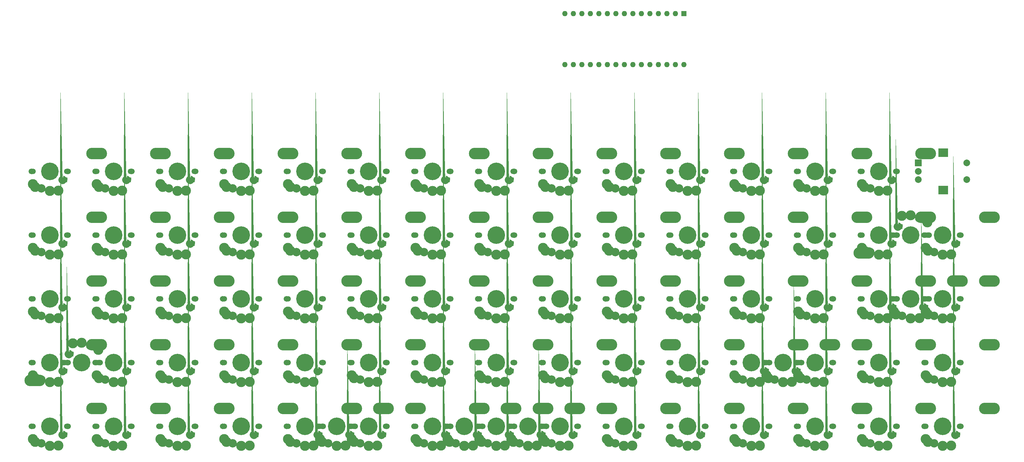
<source format=gbr>
%TF.GenerationSoftware,KiCad,Pcbnew,7.0.10*%
%TF.CreationDate,2024-03-07T22:32:40+00:00*%
%TF.ProjectId,keyboard,6b657962-6f61-4726-942e-6b696361645f,rev?*%
%TF.SameCoordinates,Original*%
%TF.FileFunction,Soldermask,Top*%
%TF.FilePolarity,Negative*%
%FSLAX46Y46*%
G04 Gerber Fmt 4.6, Leading zero omitted, Abs format (unit mm)*
G04 Created by KiCad (PCBNEW 7.0.10) date 2024-03-07 22:32:40*
%MOMM*%
%LPD*%
G01*
G04 APERTURE LIST*
G04 Aperture macros list*
%AMFreePoly0*
4,1,54,0.217060,1.231010,0.427525,1.174616,0.625000,1.082532,0.803485,0.957556,0.957556,0.803485,1.000330,0.742395,1.374143,0.688995,1.385778,0.683287,1.398693,0.682211,1.412848,0.670008,1.429630,0.661776,1.435688,0.650318,1.445504,0.641857,1.449782,0.623665,1.458521,0.607141,1.456687,0.594309,1.459655,0.581695,1.359655,-0.618305,1.356587,-0.625615,1.357195,-0.633517,
1.344855,-0.653573,1.335741,-0.675295,1.328962,-0.679405,1.324810,-0.686156,1.303038,-0.695128,1.282897,-0.707344,1.274995,-0.706685,1.267669,-0.709705,1.009305,-0.729579,0.957556,-0.803485,0.803485,-0.957556,0.625000,-1.082532,0.427525,-1.174616,0.217060,-1.231010,0.000000,-1.250000,-0.217060,-1.231010,-0.427525,-1.174616,-0.625000,-1.082532,-0.803485,-0.957556,-0.957556,-0.803485,
-1.082532,-0.625000,-1.174616,-0.427525,-1.231010,-0.217060,-1.250000,0.000000,-1.231010,0.217060,-1.174616,0.427525,-1.082532,0.625000,-0.957556,0.803485,-0.803485,0.957556,-0.625000,1.082532,-0.427525,1.174616,-0.217060,1.231010,0.000000,1.250000,0.217060,1.231010,0.217060,1.231010,$1*%
G04 Aperture macros list end*
%ADD10C,1.701800*%
%ADD11C,1.700000*%
%ADD12C,3.000000*%
%ADD13C,5.250000*%
%ADD14C,2.500000*%
%ADD15FreePoly0,90.000000*%
%ADD16O,6.200000X3.450000*%
%ADD17FreePoly0,270.000000*%
%ADD18R,1.600000X1.600000*%
%ADD19O,1.600000X1.600000*%
%ADD20R,2.000000X2.000000*%
%ADD21C,2.000000*%
%ADD22R,3.000000X2.500000*%
G04 APERTURE END LIST*
D10*
%TO.C,SW82*%
X343637500Y-114300000D03*
D11*
X343217500Y-114300000D03*
D12*
X343137500Y-110500000D03*
X342537500Y-109600000D03*
D13*
X338137500Y-114300000D03*
D12*
X338137500Y-108400000D03*
X335537500Y-108550000D03*
D11*
X333057500Y-114300000D03*
D10*
X332637500Y-114300000D03*
D14*
X340677500Y-109220000D03*
D15*
X334327500Y-111760000D03*
D16*
X324137500Y-119625000D03*
%TD*%
D10*
%TO.C,SW81*%
X294537500Y-152400000D03*
D11*
X294957500Y-152400000D03*
D12*
X295037500Y-156200000D03*
X295637500Y-157100000D03*
D13*
X300037500Y-152400000D03*
D12*
X300037500Y-158300000D03*
X302637500Y-158150000D03*
D11*
X305117500Y-152400000D03*
D10*
X305537500Y-152400000D03*
D14*
X297497500Y-157480000D03*
D17*
X303847500Y-154940000D03*
D16*
X314037500Y-147075000D03*
%TD*%
D10*
%TO.C,SW80*%
X218337500Y-171450000D03*
D11*
X218757500Y-171450000D03*
D12*
X218837500Y-175250000D03*
X219437500Y-176150000D03*
D13*
X223837500Y-171450000D03*
D12*
X223837500Y-177350000D03*
X226437500Y-177200000D03*
D11*
X228917500Y-171450000D03*
D10*
X229337500Y-171450000D03*
D14*
X221297500Y-176530000D03*
D17*
X227647500Y-173990000D03*
D16*
X237837500Y-166125000D03*
%TD*%
D10*
%TO.C,SW79*%
X95987500Y-152400000D03*
D11*
X95567500Y-152400000D03*
D12*
X95487500Y-148600000D03*
X94887500Y-147700000D03*
D13*
X90487500Y-152400000D03*
D12*
X90487500Y-146500000D03*
X87887500Y-146650000D03*
D11*
X85407500Y-152400000D03*
D10*
X84987500Y-152400000D03*
D14*
X93027500Y-147320000D03*
D15*
X86677500Y-149860000D03*
D16*
X76487500Y-157725000D03*
%TD*%
D10*
%TO.C,SW78*%
X199287500Y-171450000D03*
D11*
X199707500Y-171450000D03*
D12*
X199787500Y-175250000D03*
X200387500Y-176150000D03*
D13*
X204787500Y-171450000D03*
D12*
X204787500Y-177350000D03*
X207387500Y-177200000D03*
D11*
X209867500Y-171450000D03*
D10*
X210287500Y-171450000D03*
D14*
X202247500Y-176530000D03*
D17*
X208597500Y-173990000D03*
D16*
X218787500Y-166125000D03*
%TD*%
D10*
%TO.C,SW77*%
X332637500Y-133350000D03*
D11*
X333057500Y-133350000D03*
D12*
X333137500Y-137150000D03*
X333737500Y-138050000D03*
D13*
X338137500Y-133350000D03*
D12*
X338137500Y-139250000D03*
X340737500Y-139100000D03*
D11*
X343217500Y-133350000D03*
D10*
X343637500Y-133350000D03*
D14*
X335597500Y-138430000D03*
D17*
X341947500Y-135890000D03*
D16*
X352137500Y-128025000D03*
%TD*%
D10*
%TO.C,SW75*%
X161187500Y-171450000D03*
D11*
X161607500Y-171450000D03*
D12*
X161687500Y-175250000D03*
X162287500Y-176150000D03*
D13*
X166687500Y-171450000D03*
D12*
X166687500Y-177350000D03*
X169287500Y-177200000D03*
D11*
X171767500Y-171450000D03*
D10*
X172187500Y-171450000D03*
D14*
X164147500Y-176530000D03*
D17*
X170497500Y-173990000D03*
D16*
X180687500Y-166125000D03*
%TD*%
D10*
%TO.C,SW74*%
X342162500Y-171450000D03*
D11*
X342582500Y-171450000D03*
D12*
X342662500Y-175250000D03*
X343262500Y-176150000D03*
D13*
X347662500Y-171450000D03*
D12*
X347662500Y-177350000D03*
X350262500Y-177200000D03*
D11*
X352742500Y-171450000D03*
D10*
X353162500Y-171450000D03*
D14*
X345122500Y-176530000D03*
D17*
X351472500Y-173990000D03*
D16*
X361662500Y-166125000D03*
%TD*%
D10*
%TO.C,SW73*%
X323112500Y-171450000D03*
D11*
X323532500Y-171450000D03*
D12*
X323612500Y-175250000D03*
X324212500Y-176150000D03*
D13*
X328612500Y-171450000D03*
D12*
X328612500Y-177350000D03*
X331212500Y-177200000D03*
D11*
X333692500Y-171450000D03*
D10*
X334112500Y-171450000D03*
D14*
X326072500Y-176530000D03*
D17*
X332422500Y-173990000D03*
D16*
X342612500Y-166125000D03*
%TD*%
D10*
%TO.C,SW72*%
X304062500Y-171450000D03*
D11*
X304482500Y-171450000D03*
D12*
X304562500Y-175250000D03*
X305162500Y-176150000D03*
D13*
X309562500Y-171450000D03*
D12*
X309562500Y-177350000D03*
X312162500Y-177200000D03*
D11*
X314642500Y-171450000D03*
D10*
X315062500Y-171450000D03*
D14*
X307022500Y-176530000D03*
D17*
X313372500Y-173990000D03*
D16*
X323562500Y-166125000D03*
%TD*%
D10*
%TO.C,SW71*%
X285012500Y-171450000D03*
D11*
X285432500Y-171450000D03*
D12*
X285512500Y-175250000D03*
X286112500Y-176150000D03*
D13*
X290512500Y-171450000D03*
D12*
X290512500Y-177350000D03*
X293112500Y-177200000D03*
D11*
X295592500Y-171450000D03*
D10*
X296012500Y-171450000D03*
D14*
X287972500Y-176530000D03*
D17*
X294322500Y-173990000D03*
D16*
X304512500Y-166125000D03*
%TD*%
D10*
%TO.C,SW70*%
X265962500Y-171450000D03*
D11*
X266382500Y-171450000D03*
D12*
X266462500Y-175250000D03*
X267062500Y-176150000D03*
D13*
X271462500Y-171450000D03*
D12*
X271462500Y-177350000D03*
X274062500Y-177200000D03*
D11*
X276542500Y-171450000D03*
D10*
X276962500Y-171450000D03*
D14*
X268922500Y-176530000D03*
D17*
X275272500Y-173990000D03*
D16*
X285462500Y-166125000D03*
%TD*%
D10*
%TO.C,SW69*%
X246912500Y-171450000D03*
D11*
X247332500Y-171450000D03*
D12*
X247412500Y-175250000D03*
X248012500Y-176150000D03*
D13*
X252412500Y-171450000D03*
D12*
X252412500Y-177350000D03*
X255012500Y-177200000D03*
D11*
X257492500Y-171450000D03*
D10*
X257912500Y-171450000D03*
D14*
X249872500Y-176530000D03*
D17*
X256222500Y-173990000D03*
D16*
X266412500Y-166125000D03*
%TD*%
D10*
%TO.C,SW68*%
X227862500Y-171450000D03*
D11*
X228282500Y-171450000D03*
D12*
X228362500Y-175250000D03*
X228962500Y-176150000D03*
D13*
X233362500Y-171450000D03*
D12*
X233362500Y-177350000D03*
X235962500Y-177200000D03*
D11*
X238442500Y-171450000D03*
D10*
X238862500Y-171450000D03*
D14*
X230822500Y-176530000D03*
D17*
X237172500Y-173990000D03*
D16*
X247362500Y-166125000D03*
%TD*%
D10*
%TO.C,SW67*%
X208812500Y-171450000D03*
D11*
X209232500Y-171450000D03*
D12*
X209312500Y-175250000D03*
X209912500Y-176150000D03*
D13*
X214312500Y-171450000D03*
D12*
X214312500Y-177350000D03*
X216912500Y-177200000D03*
D11*
X219392500Y-171450000D03*
D10*
X219812500Y-171450000D03*
D14*
X211772500Y-176530000D03*
D17*
X218122500Y-173990000D03*
D16*
X228312500Y-166125000D03*
%TD*%
D10*
%TO.C,SW66*%
X189762500Y-171450000D03*
D11*
X190182500Y-171450000D03*
D12*
X190262500Y-175250000D03*
X190862500Y-176150000D03*
D13*
X195262500Y-171450000D03*
D12*
X195262500Y-177350000D03*
X197862500Y-177200000D03*
D11*
X200342500Y-171450000D03*
D10*
X200762500Y-171450000D03*
D14*
X192722500Y-176530000D03*
D17*
X199072500Y-173990000D03*
D16*
X209262500Y-166125000D03*
%TD*%
D10*
%TO.C,SW65*%
X170712500Y-171450000D03*
D11*
X171132500Y-171450000D03*
D12*
X171212500Y-175250000D03*
X171812500Y-176150000D03*
D13*
X176212500Y-171450000D03*
D12*
X176212500Y-177350000D03*
X178812500Y-177200000D03*
D11*
X181292500Y-171450000D03*
D10*
X181712500Y-171450000D03*
D14*
X173672500Y-176530000D03*
D17*
X180022500Y-173990000D03*
D16*
X190212500Y-166125000D03*
%TD*%
D10*
%TO.C,SW64*%
X151662500Y-171450000D03*
D11*
X152082500Y-171450000D03*
D12*
X152162500Y-175250000D03*
X152762500Y-176150000D03*
D13*
X157162500Y-171450000D03*
D12*
X157162500Y-177350000D03*
X159762500Y-177200000D03*
D11*
X162242500Y-171450000D03*
D10*
X162662500Y-171450000D03*
D14*
X154622500Y-176530000D03*
D17*
X160972500Y-173990000D03*
D16*
X171162500Y-166125000D03*
%TD*%
D10*
%TO.C,SW63*%
X132612500Y-171450000D03*
D11*
X133032500Y-171450000D03*
D12*
X133112500Y-175250000D03*
X133712500Y-176150000D03*
D13*
X138112500Y-171450000D03*
D12*
X138112500Y-177350000D03*
X140712500Y-177200000D03*
D11*
X143192500Y-171450000D03*
D10*
X143612500Y-171450000D03*
D14*
X135572500Y-176530000D03*
D17*
X141922500Y-173990000D03*
D16*
X152112500Y-166125000D03*
%TD*%
D10*
%TO.C,SW62*%
X113562500Y-171450000D03*
D11*
X113982500Y-171450000D03*
D12*
X114062500Y-175250000D03*
X114662500Y-176150000D03*
D13*
X119062500Y-171450000D03*
D12*
X119062500Y-177350000D03*
X121662500Y-177200000D03*
D11*
X124142500Y-171450000D03*
D10*
X124562500Y-171450000D03*
D14*
X116522500Y-176530000D03*
D17*
X122872500Y-173990000D03*
D16*
X133062500Y-166125000D03*
%TD*%
D10*
%TO.C,SW61*%
X94512500Y-171450000D03*
D11*
X94932500Y-171450000D03*
D12*
X95012500Y-175250000D03*
X95612500Y-176150000D03*
D13*
X100012500Y-171450000D03*
D12*
X100012500Y-177350000D03*
X102612500Y-177200000D03*
D11*
X105092500Y-171450000D03*
D10*
X105512500Y-171450000D03*
D14*
X97472500Y-176530000D03*
D17*
X103822500Y-173990000D03*
D16*
X114012500Y-166125000D03*
%TD*%
D10*
%TO.C,SW60*%
X75462500Y-171450000D03*
D11*
X75882500Y-171450000D03*
D12*
X75962500Y-175250000D03*
X76562500Y-176150000D03*
D13*
X80962500Y-171450000D03*
D12*
X80962500Y-177350000D03*
X83562500Y-177200000D03*
D11*
X86042500Y-171450000D03*
D10*
X86462500Y-171450000D03*
D14*
X78422500Y-176530000D03*
D17*
X84772500Y-173990000D03*
D16*
X94962500Y-166125000D03*
%TD*%
D10*
%TO.C,SW59*%
X342162500Y-152400000D03*
D11*
X342582500Y-152400000D03*
D12*
X342662500Y-156200000D03*
X343262500Y-157100000D03*
D13*
X347662500Y-152400000D03*
D12*
X347662500Y-158300000D03*
X350262500Y-158150000D03*
D11*
X352742500Y-152400000D03*
D10*
X353162500Y-152400000D03*
D14*
X345122500Y-157480000D03*
D17*
X351472500Y-154940000D03*
D16*
X361662500Y-147075000D03*
%TD*%
D10*
%TO.C,SW58*%
X323112500Y-152400000D03*
D11*
X323532500Y-152400000D03*
D12*
X323612500Y-156200000D03*
X324212500Y-157100000D03*
D13*
X328612500Y-152400000D03*
D12*
X328612500Y-158300000D03*
X331212500Y-158150000D03*
D11*
X333692500Y-152400000D03*
D10*
X334112500Y-152400000D03*
D14*
X326072500Y-157480000D03*
D17*
X332422500Y-154940000D03*
D16*
X342612500Y-147075000D03*
%TD*%
D10*
%TO.C,SW57*%
X304062500Y-152400000D03*
D11*
X304482500Y-152400000D03*
D12*
X304562500Y-156200000D03*
X305162500Y-157100000D03*
D13*
X309562500Y-152400000D03*
D12*
X309562500Y-158300000D03*
X312162500Y-158150000D03*
D11*
X314642500Y-152400000D03*
D10*
X315062500Y-152400000D03*
D14*
X307022500Y-157480000D03*
D17*
X313372500Y-154940000D03*
D16*
X323562500Y-147075000D03*
%TD*%
D10*
%TO.C,SW56*%
X285012500Y-152400000D03*
D11*
X285432500Y-152400000D03*
D12*
X285512500Y-156200000D03*
X286112500Y-157100000D03*
D13*
X290512500Y-152400000D03*
D12*
X290512500Y-158300000D03*
X293112500Y-158150000D03*
D11*
X295592500Y-152400000D03*
D10*
X296012500Y-152400000D03*
D14*
X287972500Y-157480000D03*
D17*
X294322500Y-154940000D03*
D16*
X304512500Y-147075000D03*
%TD*%
D10*
%TO.C,SW55*%
X265962500Y-152400000D03*
D11*
X266382500Y-152400000D03*
D12*
X266462500Y-156200000D03*
X267062500Y-157100000D03*
D13*
X271462500Y-152400000D03*
D12*
X271462500Y-158300000D03*
X274062500Y-158150000D03*
D11*
X276542500Y-152400000D03*
D10*
X276962500Y-152400000D03*
D14*
X268922500Y-157480000D03*
D17*
X275272500Y-154940000D03*
D16*
X285462500Y-147075000D03*
%TD*%
D10*
%TO.C,SW54*%
X246912500Y-152400000D03*
D11*
X247332500Y-152400000D03*
D12*
X247412500Y-156200000D03*
X248012500Y-157100000D03*
D13*
X252412500Y-152400000D03*
D12*
X252412500Y-158300000D03*
X255012500Y-158150000D03*
D11*
X257492500Y-152400000D03*
D10*
X257912500Y-152400000D03*
D14*
X249872500Y-157480000D03*
D17*
X256222500Y-154940000D03*
D16*
X266412500Y-147075000D03*
%TD*%
D10*
%TO.C,SW53*%
X227862500Y-152400000D03*
D11*
X228282500Y-152400000D03*
D12*
X228362500Y-156200000D03*
X228962500Y-157100000D03*
D13*
X233362500Y-152400000D03*
D12*
X233362500Y-158300000D03*
X235962500Y-158150000D03*
D11*
X238442500Y-152400000D03*
D10*
X238862500Y-152400000D03*
D14*
X230822500Y-157480000D03*
D17*
X237172500Y-154940000D03*
D16*
X247362500Y-147075000D03*
%TD*%
D10*
%TO.C,SW52*%
X208812500Y-152400000D03*
D11*
X209232500Y-152400000D03*
D12*
X209312500Y-156200000D03*
X209912500Y-157100000D03*
D13*
X214312500Y-152400000D03*
D12*
X214312500Y-158300000D03*
X216912500Y-158150000D03*
D11*
X219392500Y-152400000D03*
D10*
X219812500Y-152400000D03*
D14*
X211772500Y-157480000D03*
D17*
X218122500Y-154940000D03*
D16*
X228312500Y-147075000D03*
%TD*%
D10*
%TO.C,SW51*%
X189762500Y-152400000D03*
D11*
X190182500Y-152400000D03*
D12*
X190262500Y-156200000D03*
X190862500Y-157100000D03*
D13*
X195262500Y-152400000D03*
D12*
X195262500Y-158300000D03*
X197862500Y-158150000D03*
D11*
X200342500Y-152400000D03*
D10*
X200762500Y-152400000D03*
D14*
X192722500Y-157480000D03*
D17*
X199072500Y-154940000D03*
D16*
X209262500Y-147075000D03*
%TD*%
D10*
%TO.C,SW50*%
X170712500Y-152400000D03*
D11*
X171132500Y-152400000D03*
D12*
X171212500Y-156200000D03*
X171812500Y-157100000D03*
D13*
X176212500Y-152400000D03*
D12*
X176212500Y-158300000D03*
X178812500Y-158150000D03*
D11*
X181292500Y-152400000D03*
D10*
X181712500Y-152400000D03*
D14*
X173672500Y-157480000D03*
D17*
X180022500Y-154940000D03*
D16*
X190212500Y-147075000D03*
%TD*%
D10*
%TO.C,SW49*%
X151662500Y-152400000D03*
D11*
X152082500Y-152400000D03*
D12*
X152162500Y-156200000D03*
X152762500Y-157100000D03*
D13*
X157162500Y-152400000D03*
D12*
X157162500Y-158300000D03*
X159762500Y-158150000D03*
D11*
X162242500Y-152400000D03*
D10*
X162662500Y-152400000D03*
D14*
X154622500Y-157480000D03*
D17*
X160972500Y-154940000D03*
D16*
X171162500Y-147075000D03*
%TD*%
D10*
%TO.C,SW48*%
X132612500Y-152400000D03*
D11*
X133032500Y-152400000D03*
D12*
X133112500Y-156200000D03*
X133712500Y-157100000D03*
D13*
X138112500Y-152400000D03*
D12*
X138112500Y-158300000D03*
X140712500Y-158150000D03*
D11*
X143192500Y-152400000D03*
D10*
X143612500Y-152400000D03*
D14*
X135572500Y-157480000D03*
D17*
X141922500Y-154940000D03*
D16*
X152112500Y-147075000D03*
%TD*%
D10*
%TO.C,SW47*%
X113562500Y-152400000D03*
D11*
X113982500Y-152400000D03*
D12*
X114062500Y-156200000D03*
X114662500Y-157100000D03*
D13*
X119062500Y-152400000D03*
D12*
X119062500Y-158300000D03*
X121662500Y-158150000D03*
D11*
X124142500Y-152400000D03*
D10*
X124562500Y-152400000D03*
D14*
X116522500Y-157480000D03*
D17*
X122872500Y-154940000D03*
D16*
X133062500Y-147075000D03*
%TD*%
D10*
%TO.C,SW46*%
X94512500Y-152400000D03*
D11*
X94932500Y-152400000D03*
D12*
X95012500Y-156200000D03*
X95612500Y-157100000D03*
D13*
X100012500Y-152400000D03*
D12*
X100012500Y-158300000D03*
X102612500Y-158150000D03*
D11*
X105092500Y-152400000D03*
D10*
X105512500Y-152400000D03*
D14*
X97472500Y-157480000D03*
D17*
X103822500Y-154940000D03*
D16*
X114012500Y-147075000D03*
%TD*%
D10*
%TO.C,SW45*%
X75462500Y-152400000D03*
D11*
X75882500Y-152400000D03*
D12*
X75962500Y-156200000D03*
X76562500Y-157100000D03*
D13*
X80962500Y-152400000D03*
D12*
X80962500Y-158300000D03*
X83562500Y-158150000D03*
D11*
X86042500Y-152400000D03*
D10*
X86462500Y-152400000D03*
D14*
X78422500Y-157480000D03*
D17*
X84772500Y-154940000D03*
D16*
X94962500Y-147075000D03*
%TD*%
D10*
%TO.C,SW44*%
X342162500Y-133350000D03*
D11*
X342582500Y-133350000D03*
D12*
X342662500Y-137150000D03*
X343262500Y-138050000D03*
D13*
X347662500Y-133350000D03*
D12*
X347662500Y-139250000D03*
X350262500Y-139100000D03*
D11*
X352742500Y-133350000D03*
D10*
X353162500Y-133350000D03*
D14*
X345122500Y-138430000D03*
D17*
X351472500Y-135890000D03*
D16*
X361662500Y-128025000D03*
%TD*%
D10*
%TO.C,SW43*%
X323112500Y-133350000D03*
D11*
X323532500Y-133350000D03*
D12*
X323612500Y-137150000D03*
X324212500Y-138050000D03*
D13*
X328612500Y-133350000D03*
D12*
X328612500Y-139250000D03*
X331212500Y-139100000D03*
D11*
X333692500Y-133350000D03*
D10*
X334112500Y-133350000D03*
D14*
X326072500Y-138430000D03*
D17*
X332422500Y-135890000D03*
D16*
X342612500Y-128025000D03*
%TD*%
D10*
%TO.C,SW42*%
X304062500Y-133350000D03*
D11*
X304482500Y-133350000D03*
D12*
X304562500Y-137150000D03*
X305162500Y-138050000D03*
D13*
X309562500Y-133350000D03*
D12*
X309562500Y-139250000D03*
X312162500Y-139100000D03*
D11*
X314642500Y-133350000D03*
D10*
X315062500Y-133350000D03*
D14*
X307022500Y-138430000D03*
D17*
X313372500Y-135890000D03*
D16*
X323562500Y-128025000D03*
%TD*%
D10*
%TO.C,SW41*%
X285012500Y-133350000D03*
D11*
X285432500Y-133350000D03*
D12*
X285512500Y-137150000D03*
X286112500Y-138050000D03*
D13*
X290512500Y-133350000D03*
D12*
X290512500Y-139250000D03*
X293112500Y-139100000D03*
D11*
X295592500Y-133350000D03*
D10*
X296012500Y-133350000D03*
D14*
X287972500Y-138430000D03*
D17*
X294322500Y-135890000D03*
D16*
X304512500Y-128025000D03*
%TD*%
D10*
%TO.C,SW40*%
X265962500Y-133350000D03*
D11*
X266382500Y-133350000D03*
D12*
X266462500Y-137150000D03*
X267062500Y-138050000D03*
D13*
X271462500Y-133350000D03*
D12*
X271462500Y-139250000D03*
X274062500Y-139100000D03*
D11*
X276542500Y-133350000D03*
D10*
X276962500Y-133350000D03*
D14*
X268922500Y-138430000D03*
D17*
X275272500Y-135890000D03*
D16*
X285462500Y-128025000D03*
%TD*%
D10*
%TO.C,SW39*%
X246912500Y-133350000D03*
D11*
X247332500Y-133350000D03*
D12*
X247412500Y-137150000D03*
X248012500Y-138050000D03*
D13*
X252412500Y-133350000D03*
D12*
X252412500Y-139250000D03*
X255012500Y-139100000D03*
D11*
X257492500Y-133350000D03*
D10*
X257912500Y-133350000D03*
D14*
X249872500Y-138430000D03*
D17*
X256222500Y-135890000D03*
D16*
X266412500Y-128025000D03*
%TD*%
D10*
%TO.C,SW38*%
X227862500Y-133350000D03*
D11*
X228282500Y-133350000D03*
D12*
X228362500Y-137150000D03*
X228962500Y-138050000D03*
D13*
X233362500Y-133350000D03*
D12*
X233362500Y-139250000D03*
X235962500Y-139100000D03*
D11*
X238442500Y-133350000D03*
D10*
X238862500Y-133350000D03*
D14*
X230822500Y-138430000D03*
D17*
X237172500Y-135890000D03*
D16*
X247362500Y-128025000D03*
%TD*%
D10*
%TO.C,SW37*%
X208812500Y-133350000D03*
D11*
X209232500Y-133350000D03*
D12*
X209312500Y-137150000D03*
X209912500Y-138050000D03*
D13*
X214312500Y-133350000D03*
D12*
X214312500Y-139250000D03*
X216912500Y-139100000D03*
D11*
X219392500Y-133350000D03*
D10*
X219812500Y-133350000D03*
D14*
X211772500Y-138430000D03*
D17*
X218122500Y-135890000D03*
D16*
X228312500Y-128025000D03*
%TD*%
D10*
%TO.C,SW36*%
X189762500Y-133350000D03*
D11*
X190182500Y-133350000D03*
D12*
X190262500Y-137150000D03*
X190862500Y-138050000D03*
D13*
X195262500Y-133350000D03*
D12*
X195262500Y-139250000D03*
X197862500Y-139100000D03*
D11*
X200342500Y-133350000D03*
D10*
X200762500Y-133350000D03*
D14*
X192722500Y-138430000D03*
D17*
X199072500Y-135890000D03*
D16*
X209262500Y-128025000D03*
%TD*%
D10*
%TO.C,SW35*%
X170712500Y-133350000D03*
D11*
X171132500Y-133350000D03*
D12*
X171212500Y-137150000D03*
X171812500Y-138050000D03*
D13*
X176212500Y-133350000D03*
D12*
X176212500Y-139250000D03*
X178812500Y-139100000D03*
D11*
X181292500Y-133350000D03*
D10*
X181712500Y-133350000D03*
D14*
X173672500Y-138430000D03*
D17*
X180022500Y-135890000D03*
D16*
X190212500Y-128025000D03*
%TD*%
D10*
%TO.C,SW34*%
X151662500Y-133350000D03*
D11*
X152082500Y-133350000D03*
D12*
X152162500Y-137150000D03*
X152762500Y-138050000D03*
D13*
X157162500Y-133350000D03*
D12*
X157162500Y-139250000D03*
X159762500Y-139100000D03*
D11*
X162242500Y-133350000D03*
D10*
X162662500Y-133350000D03*
D14*
X154622500Y-138430000D03*
D17*
X160972500Y-135890000D03*
D16*
X171162500Y-128025000D03*
%TD*%
D10*
%TO.C,SW33*%
X132612500Y-133350000D03*
D11*
X133032500Y-133350000D03*
D12*
X133112500Y-137150000D03*
X133712500Y-138050000D03*
D13*
X138112500Y-133350000D03*
D12*
X138112500Y-139250000D03*
X140712500Y-139100000D03*
D11*
X143192500Y-133350000D03*
D10*
X143612500Y-133350000D03*
D14*
X135572500Y-138430000D03*
D17*
X141922500Y-135890000D03*
D16*
X152112500Y-128025000D03*
%TD*%
D10*
%TO.C,SW32*%
X113562500Y-133350000D03*
D11*
X113982500Y-133350000D03*
D12*
X114062500Y-137150000D03*
X114662500Y-138050000D03*
D13*
X119062500Y-133350000D03*
D12*
X119062500Y-139250000D03*
X121662500Y-139100000D03*
D11*
X124142500Y-133350000D03*
D10*
X124562500Y-133350000D03*
D14*
X116522500Y-138430000D03*
D17*
X122872500Y-135890000D03*
D16*
X133062500Y-128025000D03*
%TD*%
D10*
%TO.C,SW31*%
X94512500Y-133350000D03*
D11*
X94932500Y-133350000D03*
D12*
X95012500Y-137150000D03*
X95612500Y-138050000D03*
D13*
X100012500Y-133350000D03*
D12*
X100012500Y-139250000D03*
X102612500Y-139100000D03*
D11*
X105092500Y-133350000D03*
D10*
X105512500Y-133350000D03*
D14*
X97472500Y-138430000D03*
D17*
X103822500Y-135890000D03*
D16*
X114012500Y-128025000D03*
%TD*%
D10*
%TO.C,SW30*%
X75462500Y-133350000D03*
D11*
X75882500Y-133350000D03*
D12*
X75962500Y-137150000D03*
X76562500Y-138050000D03*
D13*
X80962500Y-133350000D03*
D12*
X80962500Y-139250000D03*
X83562500Y-139100000D03*
D11*
X86042500Y-133350000D03*
D10*
X86462500Y-133350000D03*
D14*
X78422500Y-138430000D03*
D17*
X84772500Y-135890000D03*
D16*
X94962500Y-128025000D03*
%TD*%
D10*
%TO.C,SW29*%
X342162500Y-114300000D03*
D11*
X342582500Y-114300000D03*
D12*
X342662500Y-118100000D03*
X343262500Y-119000000D03*
D13*
X347662500Y-114300000D03*
D12*
X347662500Y-120200000D03*
X350262500Y-120050000D03*
D11*
X352742500Y-114300000D03*
D10*
X353162500Y-114300000D03*
D14*
X345122500Y-119380000D03*
D17*
X351472500Y-116840000D03*
D16*
X361662500Y-108975000D03*
%TD*%
D10*
%TO.C,SW28*%
X323112500Y-114300000D03*
D11*
X323532500Y-114300000D03*
D12*
X323612500Y-118100000D03*
X324212500Y-119000000D03*
D13*
X328612500Y-114300000D03*
D12*
X328612500Y-120200000D03*
X331212500Y-120050000D03*
D11*
X333692500Y-114300000D03*
D10*
X334112500Y-114300000D03*
D14*
X326072500Y-119380000D03*
D17*
X332422500Y-116840000D03*
D16*
X342612500Y-108975000D03*
%TD*%
D10*
%TO.C,SW27*%
X304062500Y-114300000D03*
D11*
X304482500Y-114300000D03*
D12*
X304562500Y-118100000D03*
X305162500Y-119000000D03*
D13*
X309562500Y-114300000D03*
D12*
X309562500Y-120200000D03*
X312162500Y-120050000D03*
D11*
X314642500Y-114300000D03*
D10*
X315062500Y-114300000D03*
D14*
X307022500Y-119380000D03*
D17*
X313372500Y-116840000D03*
D16*
X323562500Y-108975000D03*
%TD*%
D10*
%TO.C,SW26*%
X285012500Y-114300000D03*
D11*
X285432500Y-114300000D03*
D12*
X285512500Y-118100000D03*
X286112500Y-119000000D03*
D13*
X290512500Y-114300000D03*
D12*
X290512500Y-120200000D03*
X293112500Y-120050000D03*
D11*
X295592500Y-114300000D03*
D10*
X296012500Y-114300000D03*
D14*
X287972500Y-119380000D03*
D17*
X294322500Y-116840000D03*
D16*
X304512500Y-108975000D03*
%TD*%
D10*
%TO.C,SW25*%
X265962500Y-114300000D03*
D11*
X266382500Y-114300000D03*
D12*
X266462500Y-118100000D03*
X267062500Y-119000000D03*
D13*
X271462500Y-114300000D03*
D12*
X271462500Y-120200000D03*
X274062500Y-120050000D03*
D11*
X276542500Y-114300000D03*
D10*
X276962500Y-114300000D03*
D14*
X268922500Y-119380000D03*
D17*
X275272500Y-116840000D03*
D16*
X285462500Y-108975000D03*
%TD*%
D10*
%TO.C,SW24*%
X246912500Y-114300000D03*
D11*
X247332500Y-114300000D03*
D12*
X247412500Y-118100000D03*
X248012500Y-119000000D03*
D13*
X252412500Y-114300000D03*
D12*
X252412500Y-120200000D03*
X255012500Y-120050000D03*
D11*
X257492500Y-114300000D03*
D10*
X257912500Y-114300000D03*
D14*
X249872500Y-119380000D03*
D17*
X256222500Y-116840000D03*
D16*
X266412500Y-108975000D03*
%TD*%
D10*
%TO.C,SW23*%
X227862500Y-114300000D03*
D11*
X228282500Y-114300000D03*
D12*
X228362500Y-118100000D03*
X228962500Y-119000000D03*
D13*
X233362500Y-114300000D03*
D12*
X233362500Y-120200000D03*
X235962500Y-120050000D03*
D11*
X238442500Y-114300000D03*
D10*
X238862500Y-114300000D03*
D14*
X230822500Y-119380000D03*
D17*
X237172500Y-116840000D03*
D16*
X247362500Y-108975000D03*
%TD*%
D10*
%TO.C,SW22*%
X208812500Y-114300000D03*
D11*
X209232500Y-114300000D03*
D12*
X209312500Y-118100000D03*
X209912500Y-119000000D03*
D13*
X214312500Y-114300000D03*
D12*
X214312500Y-120200000D03*
X216912500Y-120050000D03*
D11*
X219392500Y-114300000D03*
D10*
X219812500Y-114300000D03*
D14*
X211772500Y-119380000D03*
D17*
X218122500Y-116840000D03*
D16*
X228312500Y-108975000D03*
%TD*%
D10*
%TO.C,SW21*%
X189762500Y-114300000D03*
D11*
X190182500Y-114300000D03*
D12*
X190262500Y-118100000D03*
X190862500Y-119000000D03*
D13*
X195262500Y-114300000D03*
D12*
X195262500Y-120200000D03*
X197862500Y-120050000D03*
D11*
X200342500Y-114300000D03*
D10*
X200762500Y-114300000D03*
D14*
X192722500Y-119380000D03*
D17*
X199072500Y-116840000D03*
D16*
X209262500Y-108975000D03*
%TD*%
D10*
%TO.C,SW20*%
X170712500Y-114300000D03*
D11*
X171132500Y-114300000D03*
D12*
X171212500Y-118100000D03*
X171812500Y-119000000D03*
D13*
X176212500Y-114300000D03*
D12*
X176212500Y-120200000D03*
X178812500Y-120050000D03*
D11*
X181292500Y-114300000D03*
D10*
X181712500Y-114300000D03*
D14*
X173672500Y-119380000D03*
D17*
X180022500Y-116840000D03*
D16*
X190212500Y-108975000D03*
%TD*%
D10*
%TO.C,SW19*%
X151662500Y-114300000D03*
D11*
X152082500Y-114300000D03*
D12*
X152162500Y-118100000D03*
X152762500Y-119000000D03*
D13*
X157162500Y-114300000D03*
D12*
X157162500Y-120200000D03*
X159762500Y-120050000D03*
D11*
X162242500Y-114300000D03*
D10*
X162662500Y-114300000D03*
D14*
X154622500Y-119380000D03*
D17*
X160972500Y-116840000D03*
D16*
X171162500Y-108975000D03*
%TD*%
D10*
%TO.C,SW18*%
X132612500Y-114300000D03*
D11*
X133032500Y-114300000D03*
D12*
X133112500Y-118100000D03*
X133712500Y-119000000D03*
D13*
X138112500Y-114300000D03*
D12*
X138112500Y-120200000D03*
X140712500Y-120050000D03*
D11*
X143192500Y-114300000D03*
D10*
X143612500Y-114300000D03*
D14*
X135572500Y-119380000D03*
D17*
X141922500Y-116840000D03*
D16*
X152112500Y-108975000D03*
%TD*%
D10*
%TO.C,SW17*%
X113562500Y-114300000D03*
D11*
X113982500Y-114300000D03*
D12*
X114062500Y-118100000D03*
X114662500Y-119000000D03*
D13*
X119062500Y-114300000D03*
D12*
X119062500Y-120200000D03*
X121662500Y-120050000D03*
D11*
X124142500Y-114300000D03*
D10*
X124562500Y-114300000D03*
D14*
X116522500Y-119380000D03*
D17*
X122872500Y-116840000D03*
D16*
X133062500Y-108975000D03*
%TD*%
D10*
%TO.C,SW16*%
X94512500Y-114300000D03*
D11*
X94932500Y-114300000D03*
D12*
X95012500Y-118100000D03*
X95612500Y-119000000D03*
D13*
X100012500Y-114300000D03*
D12*
X100012500Y-120200000D03*
X102612500Y-120050000D03*
D11*
X105092500Y-114300000D03*
D10*
X105512500Y-114300000D03*
D14*
X97472500Y-119380000D03*
D17*
X103822500Y-116840000D03*
D16*
X114012500Y-108975000D03*
%TD*%
D10*
%TO.C,SW15*%
X75462500Y-114300000D03*
D11*
X75882500Y-114300000D03*
D12*
X75962500Y-118100000D03*
X76562500Y-119000000D03*
D13*
X80962500Y-114300000D03*
D12*
X80962500Y-120200000D03*
X83562500Y-120050000D03*
D11*
X86042500Y-114300000D03*
D10*
X86462500Y-114300000D03*
D14*
X78422500Y-119380000D03*
D17*
X84772500Y-116840000D03*
D16*
X94962500Y-108975000D03*
%TD*%
D10*
%TO.C,SW13*%
X323112500Y-95250000D03*
D11*
X323532500Y-95250000D03*
D12*
X323612500Y-99050000D03*
X324212500Y-99950000D03*
D13*
X328612500Y-95250000D03*
D12*
X328612500Y-101150000D03*
X331212500Y-101000000D03*
D11*
X333692500Y-95250000D03*
D10*
X334112500Y-95250000D03*
D14*
X326072500Y-100330000D03*
D17*
X332422500Y-97790000D03*
D16*
X342612500Y-89925000D03*
%TD*%
D10*
%TO.C,SW12*%
X304062500Y-95250000D03*
D11*
X304482500Y-95250000D03*
D12*
X304562500Y-99050000D03*
X305162500Y-99950000D03*
D13*
X309562500Y-95250000D03*
D12*
X309562500Y-101150000D03*
X312162500Y-101000000D03*
D11*
X314642500Y-95250000D03*
D10*
X315062500Y-95250000D03*
D14*
X307022500Y-100330000D03*
D17*
X313372500Y-97790000D03*
D16*
X323562500Y-89925000D03*
%TD*%
D10*
%TO.C,SW11*%
X285012500Y-95250000D03*
D11*
X285432500Y-95250000D03*
D12*
X285512500Y-99050000D03*
X286112500Y-99950000D03*
D13*
X290512500Y-95250000D03*
D12*
X290512500Y-101150000D03*
X293112500Y-101000000D03*
D11*
X295592500Y-95250000D03*
D10*
X296012500Y-95250000D03*
D14*
X287972500Y-100330000D03*
D17*
X294322500Y-97790000D03*
D16*
X304512500Y-89925000D03*
%TD*%
D10*
%TO.C,SW10*%
X265962500Y-95250000D03*
D11*
X266382500Y-95250000D03*
D12*
X266462500Y-99050000D03*
X267062500Y-99950000D03*
D13*
X271462500Y-95250000D03*
D12*
X271462500Y-101150000D03*
X274062500Y-101000000D03*
D11*
X276542500Y-95250000D03*
D10*
X276962500Y-95250000D03*
D14*
X268922500Y-100330000D03*
D17*
X275272500Y-97790000D03*
D16*
X285462500Y-89925000D03*
%TD*%
D10*
%TO.C,SW9*%
X246912500Y-95250000D03*
D11*
X247332500Y-95250000D03*
D12*
X247412500Y-99050000D03*
X248012500Y-99950000D03*
D13*
X252412500Y-95250000D03*
D12*
X252412500Y-101150000D03*
X255012500Y-101000000D03*
D11*
X257492500Y-95250000D03*
D10*
X257912500Y-95250000D03*
D14*
X249872500Y-100330000D03*
D17*
X256222500Y-97790000D03*
D16*
X266412500Y-89925000D03*
%TD*%
D10*
%TO.C,SW8*%
X227862500Y-95250000D03*
D11*
X228282500Y-95250000D03*
D12*
X228362500Y-99050000D03*
X228962500Y-99950000D03*
D13*
X233362500Y-95250000D03*
D12*
X233362500Y-101150000D03*
X235962500Y-101000000D03*
D11*
X238442500Y-95250000D03*
D10*
X238862500Y-95250000D03*
D14*
X230822500Y-100330000D03*
D17*
X237172500Y-97790000D03*
D16*
X247362500Y-89925000D03*
%TD*%
D10*
%TO.C,SW7*%
X208812500Y-95250000D03*
D11*
X209232500Y-95250000D03*
D12*
X209312500Y-99050000D03*
X209912500Y-99950000D03*
D13*
X214312500Y-95250000D03*
D12*
X214312500Y-101150000D03*
X216912500Y-101000000D03*
D11*
X219392500Y-95250000D03*
D10*
X219812500Y-95250000D03*
D14*
X211772500Y-100330000D03*
D17*
X218122500Y-97790000D03*
D16*
X228312500Y-89925000D03*
%TD*%
D10*
%TO.C,SW6*%
X189762500Y-95250000D03*
D11*
X190182500Y-95250000D03*
D12*
X190262500Y-99050000D03*
X190862500Y-99950000D03*
D13*
X195262500Y-95250000D03*
D12*
X195262500Y-101150000D03*
X197862500Y-101000000D03*
D11*
X200342500Y-95250000D03*
D10*
X200762500Y-95250000D03*
D14*
X192722500Y-100330000D03*
D17*
X199072500Y-97790000D03*
D16*
X209262500Y-89925000D03*
%TD*%
D10*
%TO.C,SW5*%
X170712500Y-95250000D03*
D11*
X171132500Y-95250000D03*
D12*
X171212500Y-99050000D03*
X171812500Y-99950000D03*
D13*
X176212500Y-95250000D03*
D12*
X176212500Y-101150000D03*
X178812500Y-101000000D03*
D11*
X181292500Y-95250000D03*
D10*
X181712500Y-95250000D03*
D14*
X173672500Y-100330000D03*
D17*
X180022500Y-97790000D03*
D16*
X190212500Y-89925000D03*
%TD*%
D10*
%TO.C,SW4*%
X151662500Y-95250000D03*
D11*
X152082500Y-95250000D03*
D12*
X152162500Y-99050000D03*
X152762500Y-99950000D03*
D13*
X157162500Y-95250000D03*
D12*
X157162500Y-101150000D03*
X159762500Y-101000000D03*
D11*
X162242500Y-95250000D03*
D10*
X162662500Y-95250000D03*
D14*
X154622500Y-100330000D03*
D17*
X160972500Y-97790000D03*
D16*
X171162500Y-89925000D03*
%TD*%
D10*
%TO.C,SW3*%
X132612500Y-95250000D03*
D11*
X133032500Y-95250000D03*
D12*
X133112500Y-99050000D03*
X133712500Y-99950000D03*
D13*
X138112500Y-95250000D03*
D12*
X138112500Y-101150000D03*
X140712500Y-101000000D03*
D11*
X143192500Y-95250000D03*
D10*
X143612500Y-95250000D03*
D14*
X135572500Y-100330000D03*
D17*
X141922500Y-97790000D03*
D16*
X152112500Y-89925000D03*
%TD*%
D10*
%TO.C,SW2*%
X113562500Y-95250000D03*
D11*
X113982500Y-95250000D03*
D12*
X114062500Y-99050000D03*
X114662500Y-99950000D03*
D13*
X119062500Y-95250000D03*
D12*
X119062500Y-101150000D03*
X121662500Y-101000000D03*
D11*
X124142500Y-95250000D03*
D10*
X124562500Y-95250000D03*
D14*
X116522500Y-100330000D03*
D17*
X122872500Y-97790000D03*
D16*
X133062500Y-89925000D03*
%TD*%
D10*
%TO.C,SW1*%
X94512500Y-95250000D03*
D11*
X94932500Y-95250000D03*
D12*
X95012500Y-99050000D03*
X95612500Y-99950000D03*
D13*
X100012500Y-95250000D03*
D12*
X100012500Y-101150000D03*
X102612500Y-101000000D03*
D11*
X105092500Y-95250000D03*
D10*
X105512500Y-95250000D03*
D14*
X97472500Y-100330000D03*
D17*
X103822500Y-97790000D03*
D16*
X114012500Y-89925000D03*
%TD*%
D10*
%TO.C,SW0*%
X75462500Y-95250000D03*
D11*
X75882500Y-95250000D03*
D12*
X75962500Y-99050000D03*
X76562500Y-99950000D03*
D13*
X80962500Y-95250000D03*
D12*
X80962500Y-101150000D03*
X83562500Y-101000000D03*
D11*
X86042500Y-95250000D03*
D10*
X86462500Y-95250000D03*
D14*
X78422500Y-100330000D03*
D17*
X84772500Y-97790000D03*
D16*
X94962500Y-89925000D03*
%TD*%
D18*
%TO.C,A0*%
X270390000Y-48090000D03*
D19*
X267850000Y-48090000D03*
X265310000Y-48090000D03*
X262770000Y-48090000D03*
X260230000Y-48090000D03*
X257690000Y-48090000D03*
X255150000Y-48090000D03*
X252610000Y-48090000D03*
X250070000Y-48090000D03*
X247530000Y-48090000D03*
X244990000Y-48090000D03*
X242450000Y-48090000D03*
X239910000Y-48090000D03*
X237370000Y-48090000D03*
X234830000Y-48090000D03*
X234830000Y-63330000D03*
X237370000Y-63330000D03*
X239910000Y-63330000D03*
X242450000Y-63330000D03*
X244990000Y-63330000D03*
X247530000Y-63330000D03*
X250070000Y-63330000D03*
X252610000Y-63330000D03*
X255150000Y-63330000D03*
X257690000Y-63330000D03*
X260230000Y-63330000D03*
X262770000Y-63330000D03*
X265310000Y-63330000D03*
X267850000Y-63330000D03*
X270390000Y-63330000D03*
%TD*%
D20*
%TO.C,SW14*%
X340412500Y-92750000D03*
D21*
X340412500Y-97750000D03*
X340412500Y-95250000D03*
D22*
X347912500Y-100850000D03*
X347912500Y-89650000D03*
D21*
X354912500Y-92750000D03*
X354912500Y-97750000D03*
%TD*%
M02*

</source>
